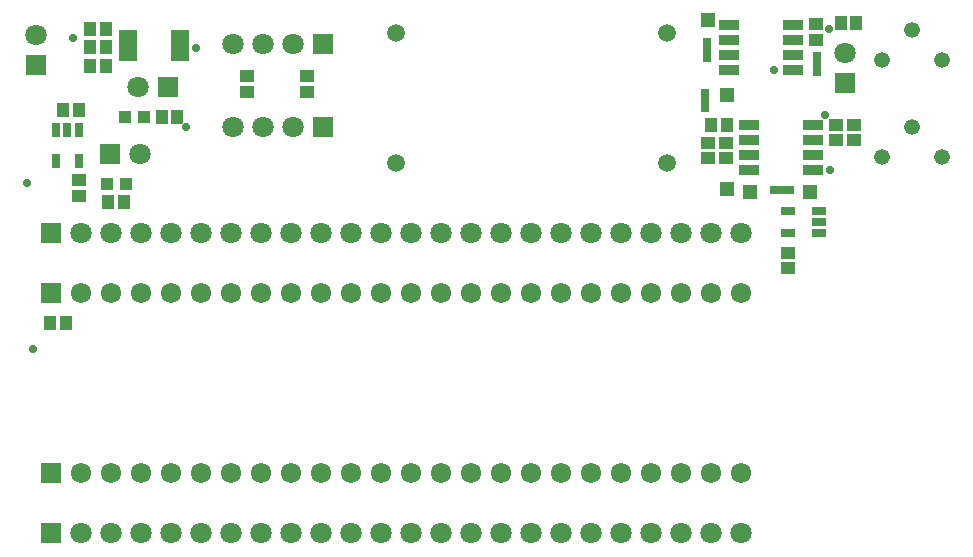
<source format=gts>
G04*
G04 #@! TF.GenerationSoftware,Altium Limited,Altium Designer,20.1.12 (249)*
G04*
G04 Layer_Color=8388736*
%FSLAX44Y44*%
%MOMM*%
G71*
G04*
G04 #@! TF.SameCoordinates,5963EE20-531D-4955-9439-85CF453D8019*
G04*
G04*
G04 #@! TF.FilePolarity,Negative*
G04*
G01*
G75*
%ADD25R,1.1432X1.0332*%
%ADD26R,1.2532X0.8032*%
%ADD27R,1.0332X1.1432*%
%ADD28R,1.0032X1.0032*%
%ADD29R,0.8032X1.2532*%
%ADD30R,1.2032X1.2032*%
%ADD31R,0.8032X1.0032*%
%ADD32R,1.7292X0.8532*%
%ADD33R,1.0032X0.8032*%
%ADD34R,1.6270X0.6618*%
%ADD35C,1.8032*%
%ADD36R,1.8032X1.8032*%
%ADD37C,1.7232*%
%ADD38R,1.7232X1.7232*%
%ADD39C,1.3232*%
%ADD40C,1.5132*%
%ADD41R,1.8032X1.8032*%
%ADD42C,0.7016*%
D25*
X653000Y241108D02*
D03*
Y254307D02*
D03*
X53000Y302358D02*
D03*
Y315557D02*
D03*
X709270Y349400D02*
D03*
Y362600D02*
D03*
X693828D02*
D03*
Y349400D02*
D03*
X600443Y334165D02*
D03*
Y347365D02*
D03*
X585000D02*
D03*
Y334165D02*
D03*
X246000Y390400D02*
D03*
Y403600D02*
D03*
X195000Y390400D02*
D03*
Y403600D02*
D03*
X676527Y447600D02*
D03*
Y434400D02*
D03*
D26*
X679000Y270500D02*
D03*
Y280000D02*
D03*
Y289500D02*
D03*
X653000D02*
D03*
Y270500D02*
D03*
D27*
X39400Y374992D02*
D03*
X52600D02*
D03*
X90600Y296965D02*
D03*
X77400D02*
D03*
X41600Y195000D02*
D03*
X28400D02*
D03*
X697820Y448592D02*
D03*
X711020D02*
D03*
X601393Y362257D02*
D03*
X588192D02*
D03*
X62400Y444000D02*
D03*
X75600D02*
D03*
X62400Y428000D02*
D03*
X75600D02*
D03*
X62400Y412557D02*
D03*
X75600D02*
D03*
X135892Y369239D02*
D03*
X122692D02*
D03*
D28*
X76263Y312708D02*
D03*
X92263D02*
D03*
X92000Y369239D02*
D03*
X108000D02*
D03*
D29*
X52500Y358000D02*
D03*
X43000D02*
D03*
X33500D02*
D03*
Y332000D02*
D03*
X52500D02*
D03*
D30*
X621000Y306000D02*
D03*
X601000Y308000D02*
D03*
X672000Y306000D02*
D03*
X601000Y388000D02*
D03*
X585000Y451000D02*
D03*
D31*
X583000Y378000D02*
D03*
Y388000D02*
D03*
X584243Y421000D02*
D03*
Y431000D02*
D03*
X677227Y409207D02*
D03*
Y419207D02*
D03*
D32*
X602915Y447050D02*
D03*
Y434350D02*
D03*
Y421650D02*
D03*
Y408950D02*
D03*
X657155D02*
D03*
Y421650D02*
D03*
Y434350D02*
D03*
Y447050D02*
D03*
X620215Y362050D02*
D03*
Y349350D02*
D03*
Y336650D02*
D03*
Y323950D02*
D03*
X674455D02*
D03*
Y336650D02*
D03*
Y349350D02*
D03*
Y362050D02*
D03*
D33*
X643000Y306938D02*
D03*
X653000D02*
D03*
D34*
X138098Y439750D02*
D03*
Y433250D02*
D03*
Y426750D02*
D03*
Y420250D02*
D03*
X93902D02*
D03*
Y426750D02*
D03*
Y433250D02*
D03*
Y439750D02*
D03*
D35*
X104642Y337700D02*
D03*
X613100Y16800D02*
D03*
X587700D02*
D03*
X562300D02*
D03*
X536900D02*
D03*
X511500D02*
D03*
X384500D02*
D03*
X308300D02*
D03*
X282900D02*
D03*
X257500D02*
D03*
X206700D02*
D03*
X181300D02*
D03*
X130500D02*
D03*
X79700D02*
D03*
X54300D02*
D03*
X105100D02*
D03*
X155900D02*
D03*
X232100D02*
D03*
X333700D02*
D03*
X359100D02*
D03*
X409900D02*
D03*
X435300D02*
D03*
X460700D02*
D03*
X486100D02*
D03*
X613100Y270800D02*
D03*
X587700D02*
D03*
X562300D02*
D03*
X536900D02*
D03*
X511500D02*
D03*
X384500D02*
D03*
X308300D02*
D03*
X282900D02*
D03*
X257500D02*
D03*
X206700D02*
D03*
X181300D02*
D03*
X130500D02*
D03*
X79700D02*
D03*
X54300D02*
D03*
X105100D02*
D03*
X155900D02*
D03*
X232100D02*
D03*
X333700D02*
D03*
X359100D02*
D03*
X409900D02*
D03*
X435300D02*
D03*
X460700D02*
D03*
X486100D02*
D03*
X182900Y431000D02*
D03*
X208300D02*
D03*
X233700D02*
D03*
X102300Y394231D02*
D03*
X16000Y438700D02*
D03*
X701220Y423150D02*
D03*
X182900Y361000D02*
D03*
X208300D02*
D03*
X233700D02*
D03*
D36*
X79243Y337700D02*
D03*
X28900Y16800D02*
D03*
Y270800D02*
D03*
X259100Y431000D02*
D03*
X127700Y394231D02*
D03*
X259100Y361000D02*
D03*
D37*
X435300Y67600D02*
D03*
X409900D02*
D03*
X308300D02*
D03*
X257500D02*
D03*
X181300D02*
D03*
X79700D02*
D03*
X54300D02*
D03*
X105100D02*
D03*
X130500D02*
D03*
X155900D02*
D03*
X206700D02*
D03*
X232100D02*
D03*
X282900D02*
D03*
X333700D02*
D03*
X359100D02*
D03*
X384500D02*
D03*
X460700D02*
D03*
X486100D02*
D03*
X511500D02*
D03*
X536900D02*
D03*
X562300D02*
D03*
X587700D02*
D03*
X613100D02*
D03*
X435300Y220000D02*
D03*
X409900D02*
D03*
X308300D02*
D03*
X257500D02*
D03*
X181300D02*
D03*
X79700D02*
D03*
X54300D02*
D03*
X105100D02*
D03*
X130500D02*
D03*
X155900D02*
D03*
X206700D02*
D03*
X232100D02*
D03*
X282900D02*
D03*
X333700D02*
D03*
X359100D02*
D03*
X384500D02*
D03*
X460700D02*
D03*
X486100D02*
D03*
X511500D02*
D03*
X536900D02*
D03*
X562300D02*
D03*
X587700D02*
D03*
X613100D02*
D03*
D38*
X28900Y67600D02*
D03*
Y220000D02*
D03*
D39*
X732852Y417600D02*
D03*
X758252Y443000D02*
D03*
X783652Y417600D02*
D03*
Y335000D02*
D03*
X758252Y360400D02*
D03*
X732852Y335000D02*
D03*
D40*
X551000Y440000D02*
D03*
X321000D02*
D03*
Y330000D02*
D03*
X551000D02*
D03*
D41*
X16000Y413300D02*
D03*
X701220Y397750D02*
D03*
D42*
X689000Y324000D02*
D03*
X684000Y371000D02*
D03*
X9000Y313000D02*
D03*
X14000Y173000D02*
D03*
X143000Y361000D02*
D03*
X151419Y427581D02*
D03*
X640906Y409094D02*
D03*
X48000Y436000D02*
D03*
X688000Y444000D02*
D03*
M02*

</source>
